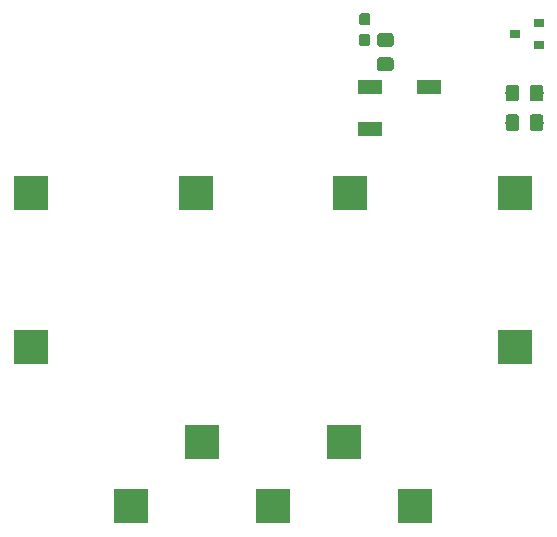
<source format=gbr>
%TF.GenerationSoftware,KiCad,Pcbnew,(5.0.2)-1*%
%TF.CreationDate,2020-07-31T10:54:53+02:00*%
%TF.ProjectId,Multimeter_Watch_DisplayBoard_V1,4d756c74-696d-4657-9465-725f57617463,rev?*%
%TF.SameCoordinates,Original*%
%TF.FileFunction,Paste,Bot*%
%TF.FilePolarity,Positive*%
%FSLAX46Y46*%
G04 Gerber Fmt 4.6, Leading zero omitted, Abs format (unit mm)*
G04 Created by KiCad (PCBNEW (5.0.2)-1) date 31.7.2020 10:54:53*
%MOMM*%
%LPD*%
G01*
G04 APERTURE LIST*
%ADD10R,3.000000X3.000000*%
%ADD11R,2.000000X1.300000*%
%ADD12C,0.100000*%
%ADD13C,1.150000*%
%ADD14C,0.950000*%
%ADD15R,0.900000X0.800000*%
G04 APERTURE END LIST*
D10*
%TO.C,Struct9*%
X137500000Y-92500000D03*
%TD*%
%TO.C,Struct7*%
X125500000Y-92500000D03*
%TD*%
%TO.C,Struct3*%
X125000000Y-71500000D03*
%TD*%
%TO.C,Struct2*%
X138000000Y-71500000D03*
%TD*%
%TO.C,Struct8*%
X131500000Y-98000000D03*
%TD*%
%TO.C,Struct6*%
X119500000Y-98000000D03*
%TD*%
%TO.C,Struct10*%
X143500000Y-98000000D03*
%TD*%
%TO.C,Struct11*%
X152000000Y-84500000D03*
%TD*%
%TO.C,Struct5*%
X111000000Y-84500000D03*
%TD*%
%TO.C,Struct4*%
X111000000Y-71500000D03*
%TD*%
%TO.C,Struct1*%
X152000000Y-71500000D03*
%TD*%
D11*
%TO.C,B1*%
X139700000Y-66000000D03*
X144700000Y-62500000D03*
X139700000Y-62500000D03*
%TD*%
D12*
%TO.C,D1*%
G36*
X141474505Y-59976203D02*
X141498773Y-59979803D01*
X141522572Y-59985764D01*
X141545671Y-59994029D01*
X141567850Y-60004519D01*
X141588893Y-60017131D01*
X141608599Y-60031746D01*
X141626777Y-60048222D01*
X141643253Y-60066400D01*
X141657868Y-60086106D01*
X141670480Y-60107149D01*
X141680970Y-60129328D01*
X141689235Y-60152427D01*
X141695196Y-60176226D01*
X141698796Y-60200494D01*
X141700000Y-60224998D01*
X141700000Y-60875000D01*
X141698796Y-60899504D01*
X141695196Y-60923772D01*
X141689235Y-60947571D01*
X141680970Y-60970670D01*
X141670480Y-60992849D01*
X141657868Y-61013892D01*
X141643253Y-61033598D01*
X141626777Y-61051776D01*
X141608599Y-61068252D01*
X141588893Y-61082867D01*
X141567850Y-61095479D01*
X141545671Y-61105969D01*
X141522572Y-61114234D01*
X141498773Y-61120195D01*
X141474505Y-61123795D01*
X141450001Y-61124999D01*
X140549999Y-61124999D01*
X140525495Y-61123795D01*
X140501227Y-61120195D01*
X140477428Y-61114234D01*
X140454329Y-61105969D01*
X140432150Y-61095479D01*
X140411107Y-61082867D01*
X140391401Y-61068252D01*
X140373223Y-61051776D01*
X140356747Y-61033598D01*
X140342132Y-61013892D01*
X140329520Y-60992849D01*
X140319030Y-60970670D01*
X140310765Y-60947571D01*
X140304804Y-60923772D01*
X140301204Y-60899504D01*
X140300000Y-60875000D01*
X140300000Y-60224998D01*
X140301204Y-60200494D01*
X140304804Y-60176226D01*
X140310765Y-60152427D01*
X140319030Y-60129328D01*
X140329520Y-60107149D01*
X140342132Y-60086106D01*
X140356747Y-60066400D01*
X140373223Y-60048222D01*
X140391401Y-60031746D01*
X140411107Y-60017131D01*
X140432150Y-60004519D01*
X140454329Y-59994029D01*
X140477428Y-59985764D01*
X140501227Y-59979803D01*
X140525495Y-59976203D01*
X140549999Y-59974999D01*
X141450001Y-59974999D01*
X141474505Y-59976203D01*
X141474505Y-59976203D01*
G37*
D13*
X141000000Y-60549999D03*
D12*
G36*
X141474505Y-57926203D02*
X141498773Y-57929803D01*
X141522572Y-57935764D01*
X141545671Y-57944029D01*
X141567850Y-57954519D01*
X141588893Y-57967131D01*
X141608599Y-57981746D01*
X141626777Y-57998222D01*
X141643253Y-58016400D01*
X141657868Y-58036106D01*
X141670480Y-58057149D01*
X141680970Y-58079328D01*
X141689235Y-58102427D01*
X141695196Y-58126226D01*
X141698796Y-58150494D01*
X141700000Y-58174998D01*
X141700000Y-58825000D01*
X141698796Y-58849504D01*
X141695196Y-58873772D01*
X141689235Y-58897571D01*
X141680970Y-58920670D01*
X141670480Y-58942849D01*
X141657868Y-58963892D01*
X141643253Y-58983598D01*
X141626777Y-59001776D01*
X141608599Y-59018252D01*
X141588893Y-59032867D01*
X141567850Y-59045479D01*
X141545671Y-59055969D01*
X141522572Y-59064234D01*
X141498773Y-59070195D01*
X141474505Y-59073795D01*
X141450001Y-59074999D01*
X140549999Y-59074999D01*
X140525495Y-59073795D01*
X140501227Y-59070195D01*
X140477428Y-59064234D01*
X140454329Y-59055969D01*
X140432150Y-59045479D01*
X140411107Y-59032867D01*
X140391401Y-59018252D01*
X140373223Y-59001776D01*
X140356747Y-58983598D01*
X140342132Y-58963892D01*
X140329520Y-58942849D01*
X140319030Y-58920670D01*
X140310765Y-58897571D01*
X140304804Y-58873772D01*
X140301204Y-58849504D01*
X140300000Y-58825000D01*
X140300000Y-58174998D01*
X140301204Y-58150494D01*
X140304804Y-58126226D01*
X140310765Y-58102427D01*
X140319030Y-58079328D01*
X140329520Y-58057149D01*
X140342132Y-58036106D01*
X140356747Y-58016400D01*
X140373223Y-57998222D01*
X140391401Y-57981746D01*
X140411107Y-57967131D01*
X140432150Y-57954519D01*
X140454329Y-57944029D01*
X140477428Y-57935764D01*
X140501227Y-57929803D01*
X140525495Y-57926203D01*
X140549999Y-57924999D01*
X141450001Y-57924999D01*
X141474505Y-57926203D01*
X141474505Y-57926203D01*
G37*
D13*
X141000000Y-58499999D03*
%TD*%
D12*
%TO.C,R18*%
G36*
X152099505Y-62301204D02*
X152123773Y-62304804D01*
X152147572Y-62310765D01*
X152170671Y-62319030D01*
X152192850Y-62329520D01*
X152213893Y-62342132D01*
X152233599Y-62356747D01*
X152251777Y-62373223D01*
X152268253Y-62391401D01*
X152282868Y-62411107D01*
X152295480Y-62432150D01*
X152305970Y-62454329D01*
X152314235Y-62477428D01*
X152320196Y-62501227D01*
X152323796Y-62525495D01*
X152325000Y-62549999D01*
X152325000Y-63450001D01*
X152323796Y-63474505D01*
X152320196Y-63498773D01*
X152314235Y-63522572D01*
X152305970Y-63545671D01*
X152295480Y-63567850D01*
X152282868Y-63588893D01*
X152268253Y-63608599D01*
X152251777Y-63626777D01*
X152233599Y-63643253D01*
X152213893Y-63657868D01*
X152192850Y-63670480D01*
X152170671Y-63680970D01*
X152147572Y-63689235D01*
X152123773Y-63695196D01*
X152099505Y-63698796D01*
X152075001Y-63700000D01*
X151424999Y-63700000D01*
X151400495Y-63698796D01*
X151376227Y-63695196D01*
X151352428Y-63689235D01*
X151329329Y-63680970D01*
X151307150Y-63670480D01*
X151286107Y-63657868D01*
X151266401Y-63643253D01*
X151248223Y-63626777D01*
X151231747Y-63608599D01*
X151217132Y-63588893D01*
X151204520Y-63567850D01*
X151194030Y-63545671D01*
X151185765Y-63522572D01*
X151179804Y-63498773D01*
X151176204Y-63474505D01*
X151175000Y-63450001D01*
X151175000Y-62549999D01*
X151176204Y-62525495D01*
X151179804Y-62501227D01*
X151185765Y-62477428D01*
X151194030Y-62454329D01*
X151204520Y-62432150D01*
X151217132Y-62411107D01*
X151231747Y-62391401D01*
X151248223Y-62373223D01*
X151266401Y-62356747D01*
X151286107Y-62342132D01*
X151307150Y-62329520D01*
X151329329Y-62319030D01*
X151352428Y-62310765D01*
X151376227Y-62304804D01*
X151400495Y-62301204D01*
X151424999Y-62300000D01*
X152075001Y-62300000D01*
X152099505Y-62301204D01*
X152099505Y-62301204D01*
G37*
D13*
X151750000Y-63000000D03*
D12*
G36*
X154149505Y-62301204D02*
X154173773Y-62304804D01*
X154197572Y-62310765D01*
X154220671Y-62319030D01*
X154242850Y-62329520D01*
X154263893Y-62342132D01*
X154283599Y-62356747D01*
X154301777Y-62373223D01*
X154318253Y-62391401D01*
X154332868Y-62411107D01*
X154345480Y-62432150D01*
X154355970Y-62454329D01*
X154364235Y-62477428D01*
X154370196Y-62501227D01*
X154373796Y-62525495D01*
X154375000Y-62549999D01*
X154375000Y-63450001D01*
X154373796Y-63474505D01*
X154370196Y-63498773D01*
X154364235Y-63522572D01*
X154355970Y-63545671D01*
X154345480Y-63567850D01*
X154332868Y-63588893D01*
X154318253Y-63608599D01*
X154301777Y-63626777D01*
X154283599Y-63643253D01*
X154263893Y-63657868D01*
X154242850Y-63670480D01*
X154220671Y-63680970D01*
X154197572Y-63689235D01*
X154173773Y-63695196D01*
X154149505Y-63698796D01*
X154125001Y-63700000D01*
X153474999Y-63700000D01*
X153450495Y-63698796D01*
X153426227Y-63695196D01*
X153402428Y-63689235D01*
X153379329Y-63680970D01*
X153357150Y-63670480D01*
X153336107Y-63657868D01*
X153316401Y-63643253D01*
X153298223Y-63626777D01*
X153281747Y-63608599D01*
X153267132Y-63588893D01*
X153254520Y-63567850D01*
X153244030Y-63545671D01*
X153235765Y-63522572D01*
X153229804Y-63498773D01*
X153226204Y-63474505D01*
X153225000Y-63450001D01*
X153225000Y-62549999D01*
X153226204Y-62525495D01*
X153229804Y-62501227D01*
X153235765Y-62477428D01*
X153244030Y-62454329D01*
X153254520Y-62432150D01*
X153267132Y-62411107D01*
X153281747Y-62391401D01*
X153298223Y-62373223D01*
X153316401Y-62356747D01*
X153336107Y-62342132D01*
X153357150Y-62329520D01*
X153379329Y-62319030D01*
X153402428Y-62310765D01*
X153426227Y-62304804D01*
X153450495Y-62301204D01*
X153474999Y-62300000D01*
X154125001Y-62300000D01*
X154149505Y-62301204D01*
X154149505Y-62301204D01*
G37*
D13*
X153800000Y-63000000D03*
%TD*%
D12*
%TO.C,R17*%
G36*
X152099505Y-64801204D02*
X152123773Y-64804804D01*
X152147572Y-64810765D01*
X152170671Y-64819030D01*
X152192850Y-64829520D01*
X152213893Y-64842132D01*
X152233599Y-64856747D01*
X152251777Y-64873223D01*
X152268253Y-64891401D01*
X152282868Y-64911107D01*
X152295480Y-64932150D01*
X152305970Y-64954329D01*
X152314235Y-64977428D01*
X152320196Y-65001227D01*
X152323796Y-65025495D01*
X152325000Y-65049999D01*
X152325000Y-65950001D01*
X152323796Y-65974505D01*
X152320196Y-65998773D01*
X152314235Y-66022572D01*
X152305970Y-66045671D01*
X152295480Y-66067850D01*
X152282868Y-66088893D01*
X152268253Y-66108599D01*
X152251777Y-66126777D01*
X152233599Y-66143253D01*
X152213893Y-66157868D01*
X152192850Y-66170480D01*
X152170671Y-66180970D01*
X152147572Y-66189235D01*
X152123773Y-66195196D01*
X152099505Y-66198796D01*
X152075001Y-66200000D01*
X151424999Y-66200000D01*
X151400495Y-66198796D01*
X151376227Y-66195196D01*
X151352428Y-66189235D01*
X151329329Y-66180970D01*
X151307150Y-66170480D01*
X151286107Y-66157868D01*
X151266401Y-66143253D01*
X151248223Y-66126777D01*
X151231747Y-66108599D01*
X151217132Y-66088893D01*
X151204520Y-66067850D01*
X151194030Y-66045671D01*
X151185765Y-66022572D01*
X151179804Y-65998773D01*
X151176204Y-65974505D01*
X151175000Y-65950001D01*
X151175000Y-65049999D01*
X151176204Y-65025495D01*
X151179804Y-65001227D01*
X151185765Y-64977428D01*
X151194030Y-64954329D01*
X151204520Y-64932150D01*
X151217132Y-64911107D01*
X151231747Y-64891401D01*
X151248223Y-64873223D01*
X151266401Y-64856747D01*
X151286107Y-64842132D01*
X151307150Y-64829520D01*
X151329329Y-64819030D01*
X151352428Y-64810765D01*
X151376227Y-64804804D01*
X151400495Y-64801204D01*
X151424999Y-64800000D01*
X152075001Y-64800000D01*
X152099505Y-64801204D01*
X152099505Y-64801204D01*
G37*
D13*
X151750000Y-65500000D03*
D12*
G36*
X154149505Y-64801204D02*
X154173773Y-64804804D01*
X154197572Y-64810765D01*
X154220671Y-64819030D01*
X154242850Y-64829520D01*
X154263893Y-64842132D01*
X154283599Y-64856747D01*
X154301777Y-64873223D01*
X154318253Y-64891401D01*
X154332868Y-64911107D01*
X154345480Y-64932150D01*
X154355970Y-64954329D01*
X154364235Y-64977428D01*
X154370196Y-65001227D01*
X154373796Y-65025495D01*
X154375000Y-65049999D01*
X154375000Y-65950001D01*
X154373796Y-65974505D01*
X154370196Y-65998773D01*
X154364235Y-66022572D01*
X154355970Y-66045671D01*
X154345480Y-66067850D01*
X154332868Y-66088893D01*
X154318253Y-66108599D01*
X154301777Y-66126777D01*
X154283599Y-66143253D01*
X154263893Y-66157868D01*
X154242850Y-66170480D01*
X154220671Y-66180970D01*
X154197572Y-66189235D01*
X154173773Y-66195196D01*
X154149505Y-66198796D01*
X154125001Y-66200000D01*
X153474999Y-66200000D01*
X153450495Y-66198796D01*
X153426227Y-66195196D01*
X153402428Y-66189235D01*
X153379329Y-66180970D01*
X153357150Y-66170480D01*
X153336107Y-66157868D01*
X153316401Y-66143253D01*
X153298223Y-66126777D01*
X153281747Y-66108599D01*
X153267132Y-66088893D01*
X153254520Y-66067850D01*
X153244030Y-66045671D01*
X153235765Y-66022572D01*
X153229804Y-65998773D01*
X153226204Y-65974505D01*
X153225000Y-65950001D01*
X153225000Y-65049999D01*
X153226204Y-65025495D01*
X153229804Y-65001227D01*
X153235765Y-64977428D01*
X153244030Y-64954329D01*
X153254520Y-64932150D01*
X153267132Y-64911107D01*
X153281747Y-64891401D01*
X153298223Y-64873223D01*
X153316401Y-64856747D01*
X153336107Y-64842132D01*
X153357150Y-64829520D01*
X153379329Y-64819030D01*
X153402428Y-64810765D01*
X153426227Y-64804804D01*
X153450495Y-64801204D01*
X153474999Y-64800000D01*
X154125001Y-64800000D01*
X154149505Y-64801204D01*
X154149505Y-64801204D01*
G37*
D13*
X153800000Y-65500000D03*
%TD*%
D12*
%TO.C,C1*%
G36*
X139510779Y-56226143D02*
X139533834Y-56229562D01*
X139556443Y-56235226D01*
X139578387Y-56243078D01*
X139599457Y-56253043D01*
X139619448Y-56265025D01*
X139638168Y-56278909D01*
X139655438Y-56294561D01*
X139671090Y-56311831D01*
X139684974Y-56330551D01*
X139696956Y-56350542D01*
X139706921Y-56371612D01*
X139714773Y-56393556D01*
X139720437Y-56416165D01*
X139723856Y-56439220D01*
X139725000Y-56462499D01*
X139725000Y-57037499D01*
X139723856Y-57060778D01*
X139720437Y-57083833D01*
X139714773Y-57106442D01*
X139706921Y-57128386D01*
X139696956Y-57149456D01*
X139684974Y-57169447D01*
X139671090Y-57188167D01*
X139655438Y-57205437D01*
X139638168Y-57221089D01*
X139619448Y-57234973D01*
X139599457Y-57246955D01*
X139578387Y-57256920D01*
X139556443Y-57264772D01*
X139533834Y-57270436D01*
X139510779Y-57273855D01*
X139487500Y-57274999D01*
X139012500Y-57274999D01*
X138989221Y-57273855D01*
X138966166Y-57270436D01*
X138943557Y-57264772D01*
X138921613Y-57256920D01*
X138900543Y-57246955D01*
X138880552Y-57234973D01*
X138861832Y-57221089D01*
X138844562Y-57205437D01*
X138828910Y-57188167D01*
X138815026Y-57169447D01*
X138803044Y-57149456D01*
X138793079Y-57128386D01*
X138785227Y-57106442D01*
X138779563Y-57083833D01*
X138776144Y-57060778D01*
X138775000Y-57037499D01*
X138775000Y-56462499D01*
X138776144Y-56439220D01*
X138779563Y-56416165D01*
X138785227Y-56393556D01*
X138793079Y-56371612D01*
X138803044Y-56350542D01*
X138815026Y-56330551D01*
X138828910Y-56311831D01*
X138844562Y-56294561D01*
X138861832Y-56278909D01*
X138880552Y-56265025D01*
X138900543Y-56253043D01*
X138921613Y-56243078D01*
X138943557Y-56235226D01*
X138966166Y-56229562D01*
X138989221Y-56226143D01*
X139012500Y-56224999D01*
X139487500Y-56224999D01*
X139510779Y-56226143D01*
X139510779Y-56226143D01*
G37*
D14*
X139250000Y-56749999D03*
D12*
G36*
X139510779Y-57976143D02*
X139533834Y-57979562D01*
X139556443Y-57985226D01*
X139578387Y-57993078D01*
X139599457Y-58003043D01*
X139619448Y-58015025D01*
X139638168Y-58028909D01*
X139655438Y-58044561D01*
X139671090Y-58061831D01*
X139684974Y-58080551D01*
X139696956Y-58100542D01*
X139706921Y-58121612D01*
X139714773Y-58143556D01*
X139720437Y-58166165D01*
X139723856Y-58189220D01*
X139725000Y-58212499D01*
X139725000Y-58787499D01*
X139723856Y-58810778D01*
X139720437Y-58833833D01*
X139714773Y-58856442D01*
X139706921Y-58878386D01*
X139696956Y-58899456D01*
X139684974Y-58919447D01*
X139671090Y-58938167D01*
X139655438Y-58955437D01*
X139638168Y-58971089D01*
X139619448Y-58984973D01*
X139599457Y-58996955D01*
X139578387Y-59006920D01*
X139556443Y-59014772D01*
X139533834Y-59020436D01*
X139510779Y-59023855D01*
X139487500Y-59024999D01*
X139012500Y-59024999D01*
X138989221Y-59023855D01*
X138966166Y-59020436D01*
X138943557Y-59014772D01*
X138921613Y-59006920D01*
X138900543Y-58996955D01*
X138880552Y-58984973D01*
X138861832Y-58971089D01*
X138844562Y-58955437D01*
X138828910Y-58938167D01*
X138815026Y-58919447D01*
X138803044Y-58899456D01*
X138793079Y-58878386D01*
X138785227Y-58856442D01*
X138779563Y-58833833D01*
X138776144Y-58810778D01*
X138775000Y-58787499D01*
X138775000Y-58212499D01*
X138776144Y-58189220D01*
X138779563Y-58166165D01*
X138785227Y-58143556D01*
X138793079Y-58121612D01*
X138803044Y-58100542D01*
X138815026Y-58080551D01*
X138828910Y-58061831D01*
X138844562Y-58044561D01*
X138861832Y-58028909D01*
X138880552Y-58015025D01*
X138900543Y-58003043D01*
X138921613Y-57993078D01*
X138943557Y-57985226D01*
X138966166Y-57979562D01*
X138989221Y-57976143D01*
X139012500Y-57974999D01*
X139487500Y-57974999D01*
X139510779Y-57976143D01*
X139510779Y-57976143D01*
G37*
D14*
X139250000Y-58499999D03*
%TD*%
D15*
%TO.C,Q1*%
X152000000Y-58000000D03*
X154000000Y-58950000D03*
X154000000Y-57050000D03*
%TD*%
M02*

</source>
